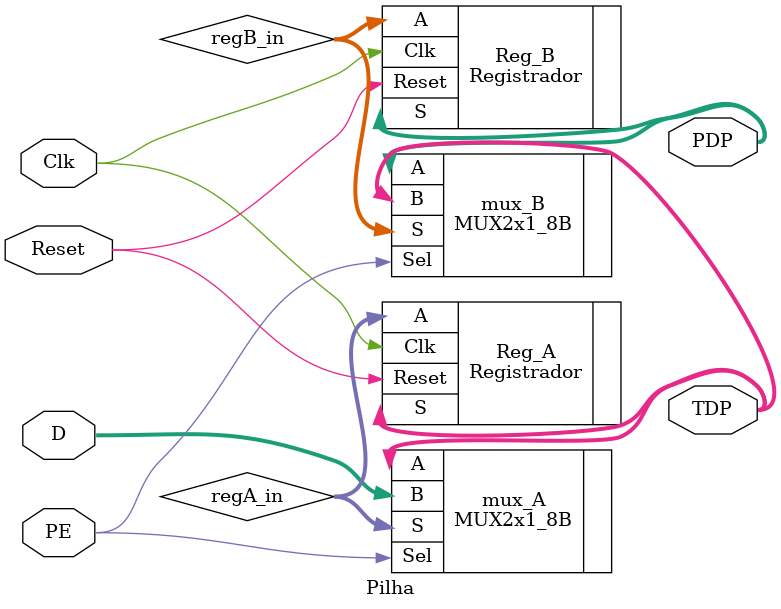
<source format=v>
module Pilha(
    output [7:0] TDP, // Saída do Topo da Pilha.
    output [7:0] PDP, // Saída do Próximo da Pilha.

    input [7:0] D, // Dado de 8 bits a ser empilhado.
    input         Clk,     // Sinal de clock.
    input         Reset,   // Reset assíncrono (limpa a pilha).
    input         PE       // "Pode Empilhar" - Habilita a operação.
);

    // A pilha de 2 níveis é implementada com dois registradores (Reg_A e Reg_B)
    
    // REGISTRADOR A (Armazena o Topo da Pilha, TDP)
    wire [7:0] regA_in; // Entrada do MUX para o registrador A.
    
    // MUX do TDP: Controlado por PE (Pode Empilhar).
    // Se PE=0 (Não empilha), mantém o valor atual (TDP -> regA_in).
    // Se PE=1 (Empilha), carrega o novo dado (Data_In -> regA_in).
    MUX2x1_8B mux_A (.S(regA_in), .A(TDP), .B(D), .Sel(PE));
    // Registrador armazena o valor do Topo (TDP).
    Registrador Reg_A (.S(TDP), .A(regA_in), .Clk(Clk), .Reset(Reset));


    // REGISTRADOR B (Armazena o Próximo da Pilha, PDP)
    wire [7:0] regB_in; // Entrada do MUX para o registrador B.

    // MUX do PDP: Controlado por PE (Pode Empilhar).
    // Se PE=0 (Não empilha), mantém o valor atual (PDP -> regB_in).
    // Se PE=1 (Empilha), o valor antigo do topo (TDP) é "empurrado" para baixo,
    // copiando o valor de TDP para o próximo nível (TDP -> regB_in).
    MUX2x1_8B mux_B (.S(regB_in), .A(PDP), .B(TDP), .Sel(PE));
    // Registrador armazena o valor Próximo (PDP).
    Registrador Reg_B (.S(PDP), .A(regB_in), .Clk(Clk), .Reset(Reset));

endmodule
</source>
